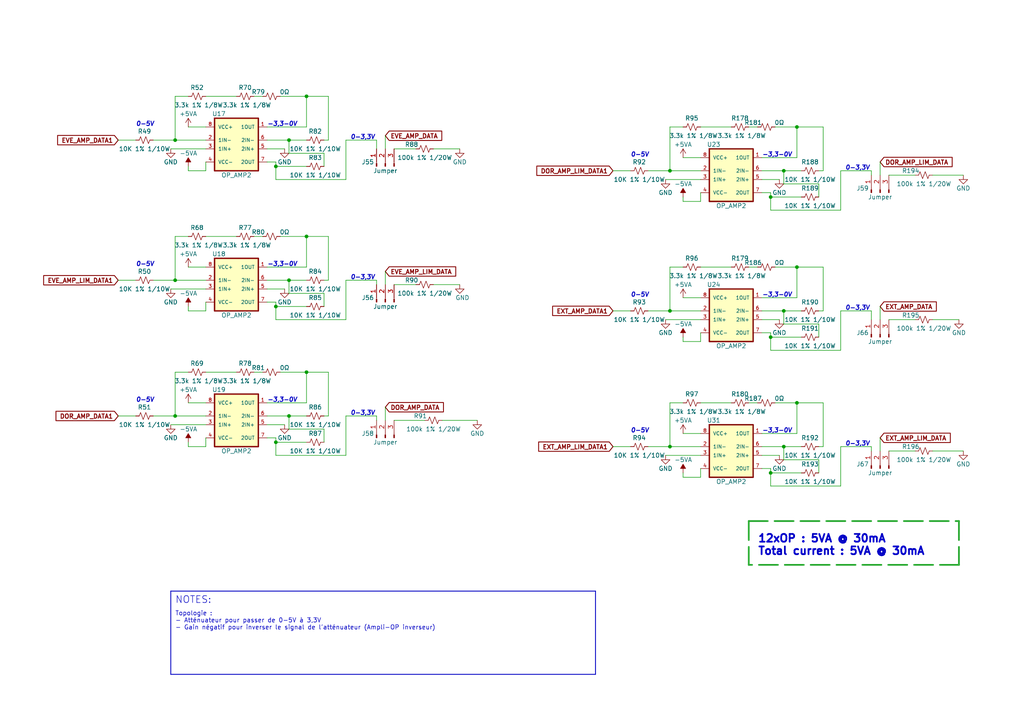
<source format=kicad_sch>
(kicad_sch (version 20211123) (generator eeschema)
  (paper "A4")
  (junction (at 80.01 88.9))
  (junction (at 227.33 49.53))
  (junction (at 50.8 40.64))
  (junction (at 194.31 49.53))
  (junction (at 231.14 116.84))
  (junction (at 83.82 40.64))
  (junction (at 194.31 129.54))
  (junction (at 88.9 107.95))
  (junction (at 231.14 36.83))
  (junction (at 80.01 128.27))
  (junction (at 83.82 81.28))
  (junction (at 88.9 68.58))
  (junction (at 227.33 129.54))
  (junction (at 50.8 81.28))
  (junction (at 80.01 48.26))
  (junction (at 231.14 77.47))
  (junction (at 194.31 90.17))
  (junction (at 88.9 27.94))
  (junction (at 223.52 57.15))
  (junction (at 223.52 137.16))
  (junction (at 50.8 120.65))
  (junction (at 227.33 90.17))
  (junction (at 223.52 97.79))
  (junction (at 83.82 120.65))
  (wire (pts (xy 194.31 36.83) (xy 198.12 36.83)))
  (wire (pts (xy 223.52 137.16) (xy 223.52 135.89)))
  (wire (pts (xy 80.01 87.63) (xy 77.47 87.63)))
  (wire (pts (xy 223.52 101.6) (xy 243.84 101.6)))
  (wire (pts (xy 227.33 53.34) (xy 227.33 49.53)))
  (wire (pts (xy 227.33 129.54) (xy 232.41 129.54)))
  (wire (pts (xy 243.84 49.53) (xy 252.73 49.53)))
  (wire (pts (xy 194.31 49.53) (xy 203.2 49.53)))
  (wire (pts (xy 223.52 135.89) (xy 220.98 135.89)))
  (wire (pts (xy 194.31 36.83) (xy 194.31 49.53)))
  (wire (pts (xy 100.33 132.08) (xy 100.33 120.65)))
  (wire (pts (xy 100.33 120.65) (xy 109.22 120.65)))
  (wire (pts (xy 224.79 77.47) (xy 231.14 77.47)))
  (wire (pts (xy 223.52 57.15) (xy 223.52 60.96)))
  (wire (pts (xy 198.12 58.42) (xy 198.12 57.15)))
  (wire (pts (xy 111.76 118.11) (xy 111.76 121.92)))
  (wire (pts (xy 59.69 27.94) (xy 68.58 27.94)))
  (wire (pts (xy 83.82 44.45) (xy 83.82 40.64)))
  (wire (pts (xy 80.01 46.99) (xy 77.47 46.99)))
  (wire (pts (xy 194.31 77.47) (xy 198.12 77.47)))
  (wire (pts (xy 81.28 107.95) (xy 88.9 107.95)))
  (polyline (pts (xy 278.13 163.83) (xy 217.17 163.83)) (stroke (width 0.5) (type dash) (color 37 168 45 1)))
  (wire (pts (xy 44.45 120.65) (xy 50.8 120.65)))
  (wire (pts (xy 88.9 27.94) (xy 88.9 36.83)))
  (wire (pts (xy 223.52 96.52) (xy 220.98 96.52)))
  (wire (pts (xy 59.69 46.99) (xy 59.69 49.53)))
  (wire (pts (xy 231.14 45.72) (xy 220.98 45.72)))
  (wire (pts (xy 203.2 96.52) (xy 203.2 99.06)))
  (wire (pts (xy 111.76 78.74) (xy 111.76 82.55)))
  (wire (pts (xy 223.52 97.79) (xy 223.52 96.52)))
  (wire (pts (xy 88.9 107.95) (xy 95.25 107.95)))
  (wire (pts (xy 100.33 92.71) (xy 100.33 81.28)))
  (wire (pts (xy 44.45 81.28) (xy 50.8 81.28)))
  (wire (pts (xy 93.98 88.9) (xy 93.98 85.09)))
  (wire (pts (xy 265.43 92.71) (xy 257.81 92.71)))
  (wire (pts (xy 123.19 121.92) (xy 114.3 121.92)))
  (wire (pts (xy 81.28 27.94) (xy 88.9 27.94)))
  (wire (pts (xy 93.98 85.09) (xy 83.82 85.09)))
  (wire (pts (xy 81.28 68.58) (xy 88.9 68.58)))
  (wire (pts (xy 95.25 27.94) (xy 95.25 40.64)))
  (wire (pts (xy 88.9 27.94) (xy 95.25 27.94)))
  (wire (pts (xy 243.84 101.6) (xy 243.84 90.17)))
  (wire (pts (xy 73.66 107.95) (xy 76.2 107.95)))
  (wire (pts (xy 223.52 55.88) (xy 220.98 55.88)))
  (wire (pts (xy 50.8 120.65) (xy 59.69 120.65)))
  (wire (pts (xy 238.76 49.53) (xy 237.49 49.53)))
  (wire (pts (xy 50.8 68.58) (xy 50.8 81.28)))
  (wire (pts (xy 54.61 90.17) (xy 59.69 90.17)))
  (wire (pts (xy 95.25 120.65) (xy 93.98 120.65)))
  (wire (pts (xy 80.01 132.08) (xy 100.33 132.08)))
  (wire (pts (xy 220.98 92.71) (xy 226.06 92.71)))
  (wire (pts (xy 80.01 48.26) (xy 80.01 52.07)))
  (polyline (pts (xy 49.53 171.45) (xy 49.53 195.58)) (stroke (width 0.25) (type solid)))
  (wire (pts (xy 50.8 107.95) (xy 50.8 120.65)))
  (wire (pts (xy 238.76 36.83) (xy 238.76 49.53)))
  (wire (pts (xy 232.41 97.79) (xy 223.52 97.79)))
  (wire (pts (xy 203.2 77.47) (xy 212.09 77.47)))
  (wire (pts (xy 88.9 48.26) (xy 80.01 48.26)))
  (wire (pts (xy 83.82 120.65) (xy 88.9 120.65)))
  (wire (pts (xy 194.31 116.84) (xy 198.12 116.84)))
  (wire (pts (xy 44.45 40.64) (xy 50.8 40.64)))
  (wire (pts (xy 220.98 132.08) (xy 226.06 132.08)))
  (wire (pts (xy 193.04 92.71) (xy 203.2 92.71)))
  (wire (pts (xy 223.52 57.15) (xy 223.52 55.88)))
  (wire (pts (xy 217.17 77.47) (xy 219.71 77.47)))
  (polyline (pts (xy 278.13 151.13) (xy 278.13 163.83)) (stroke (width 0.5) (type dash) (color 37 168 45 1)))
  (wire (pts (xy 198.12 45.72) (xy 203.2 45.72)))
  (wire (pts (xy 93.98 128.27) (xy 93.98 124.46)))
  (wire (pts (xy 133.35 43.18) (xy 125.73 43.18)))
  (wire (pts (xy 100.33 81.28) (xy 109.22 81.28)))
  (wire (pts (xy 227.33 90.17) (xy 232.41 90.17)))
  (wire (pts (xy 223.52 97.79) (xy 223.52 101.6)))
  (wire (pts (xy 54.61 49.53) (xy 59.69 49.53)))
  (wire (pts (xy 80.01 88.9) (xy 80.01 92.71)))
  (wire (pts (xy 231.14 77.47) (xy 238.76 77.47)))
  (wire (pts (xy 252.73 90.17) (xy 252.73 92.71)))
  (wire (pts (xy 231.14 36.83) (xy 238.76 36.83)))
  (wire (pts (xy 187.96 129.54) (xy 194.31 129.54)))
  (wire (pts (xy 194.31 90.17) (xy 203.2 90.17)))
  (wire (pts (xy 50.8 27.94) (xy 50.8 40.64)))
  (wire (pts (xy 187.96 49.53) (xy 194.31 49.53)))
  (wire (pts (xy 243.84 60.96) (xy 243.84 49.53)))
  (wire (pts (xy 95.25 68.58) (xy 95.25 81.28)))
  (wire (pts (xy 54.61 129.54) (xy 59.69 129.54)))
  (wire (pts (xy 77.47 83.82) (xy 82.55 83.82)))
  (wire (pts (xy 223.52 137.16) (xy 223.52 140.97)))
  (wire (pts (xy 88.9 107.95) (xy 88.9 116.84)))
  (wire (pts (xy 50.8 68.58) (xy 54.61 68.58)))
  (wire (pts (xy 77.47 81.28) (xy 83.82 81.28)))
  (wire (pts (xy 83.82 40.64) (xy 88.9 40.64)))
  (wire (pts (xy 88.9 116.84) (xy 77.47 116.84)))
  (wire (pts (xy 50.8 81.28) (xy 59.69 81.28)))
  (wire (pts (xy 237.49 133.35) (xy 227.33 133.35)))
  (wire (pts (xy 252.73 130.81) (xy 252.73 129.54)))
  (wire (pts (xy 95.25 40.64) (xy 93.98 40.64)))
  (wire (pts (xy 252.73 50.8) (xy 252.73 49.53)))
  (wire (pts (xy 83.82 85.09) (xy 83.82 81.28)))
  (wire (pts (xy 83.82 124.46) (xy 83.82 120.65)))
  (wire (pts (xy 54.61 116.84) (xy 59.69 116.84)))
  (wire (pts (xy 100.33 40.64) (xy 109.22 40.64)))
  (wire (pts (xy 243.84 140.97) (xy 243.84 129.54)))
  (wire (pts (xy 133.35 82.55) (xy 125.73 82.55)))
  (wire (pts (xy 231.14 36.83) (xy 231.14 45.72)))
  (wire (pts (xy 80.01 88.9) (xy 80.01 87.63)))
  (wire (pts (xy 88.9 128.27) (xy 80.01 128.27)))
  (wire (pts (xy 194.31 116.84) (xy 194.31 129.54)))
  (wire (pts (xy 198.12 86.36) (xy 203.2 86.36)))
  (wire (pts (xy 265.43 130.81) (xy 257.81 130.81)))
  (wire (pts (xy 223.52 60.96) (xy 243.84 60.96)))
  (polyline (pts (xy 217.17 151.13) (xy 278.13 151.13)) (stroke (width 0.5) (type dash) (color 37 168 45 1)))
  (wire (pts (xy 194.31 129.54) (xy 203.2 129.54)))
  (wire (pts (xy 227.33 49.53) (xy 232.41 49.53)))
  (wire (pts (xy 238.76 116.84) (xy 238.76 129.54)))
  (wire (pts (xy 224.79 36.83) (xy 231.14 36.83)))
  (wire (pts (xy 138.43 121.92) (xy 128.27 121.92)))
  (wire (pts (xy 257.81 50.8) (xy 265.43 50.8)))
  (wire (pts (xy 80.01 92.71) (xy 100.33 92.71)))
  (wire (pts (xy 50.8 27.94) (xy 54.61 27.94)))
  (wire (pts (xy 177.8 49.53) (xy 182.88 49.53)))
  (wire (pts (xy 80.01 52.07) (xy 100.33 52.07)))
  (wire (pts (xy 88.9 77.47) (xy 77.47 77.47)))
  (wire (pts (xy 88.9 88.9) (xy 80.01 88.9)))
  (wire (pts (xy 93.98 48.26) (xy 93.98 44.45)))
  (wire (pts (xy 59.69 127) (xy 59.69 129.54)))
  (wire (pts (xy 187.96 90.17) (xy 194.31 90.17)))
  (wire (pts (xy 220.98 129.54) (xy 227.33 129.54)))
  (wire (pts (xy 270.51 50.8) (xy 279.4 50.8)))
  (wire (pts (xy 77.47 123.19) (xy 82.55 123.19)))
  (wire (pts (xy 220.98 49.53) (xy 227.33 49.53)))
  (wire (pts (xy 88.9 36.83) (xy 77.47 36.83)))
  (wire (pts (xy 238.76 77.47) (xy 238.76 90.17)))
  (wire (pts (xy 198.12 58.42) (xy 203.2 58.42)))
  (wire (pts (xy 34.29 81.28) (xy 39.37 81.28)))
  (wire (pts (xy 232.41 137.16) (xy 223.52 137.16)))
  (wire (pts (xy 193.04 52.07) (xy 203.2 52.07)))
  (wire (pts (xy 198.12 99.06) (xy 203.2 99.06)))
  (wire (pts (xy 83.82 81.28) (xy 88.9 81.28)))
  (wire (pts (xy 54.61 77.47) (xy 59.69 77.47)))
  (wire (pts (xy 73.66 27.94) (xy 76.2 27.94)))
  (wire (pts (xy 237.49 57.15) (xy 237.49 53.34)))
  (wire (pts (xy 88.9 68.58) (xy 88.9 77.47)))
  (wire (pts (xy 194.31 77.47) (xy 194.31 90.17)))
  (wire (pts (xy 279.4 130.81) (xy 270.51 130.81)))
  (wire (pts (xy 49.53 43.18) (xy 59.69 43.18)))
  (wire (pts (xy 34.29 40.64) (xy 39.37 40.64)))
  (wire (pts (xy 73.66 68.58) (xy 76.2 68.58)))
  (wire (pts (xy 203.2 36.83) (xy 212.09 36.83)))
  (wire (pts (xy 198.12 125.73) (xy 203.2 125.73)))
  (wire (pts (xy 100.33 52.07) (xy 100.33 40.64)))
  (wire (pts (xy 220.98 52.07) (xy 226.06 52.07)))
  (wire (pts (xy 224.79 116.84) (xy 231.14 116.84)))
  (wire (pts (xy 203.2 55.88) (xy 203.2 58.42)))
  (wire (pts (xy 77.47 40.64) (xy 83.82 40.64)))
  (wire (pts (xy 217.17 36.83) (xy 219.71 36.83)))
  (wire (pts (xy 54.61 129.54) (xy 54.61 128.27)))
  (wire (pts (xy 227.33 93.98) (xy 227.33 90.17)))
  (wire (pts (xy 49.53 83.82) (xy 59.69 83.82)))
  (wire (pts (xy 231.14 125.73) (xy 220.98 125.73)))
  (wire (pts (xy 93.98 44.45) (xy 83.82 44.45)))
  (wire (pts (xy 95.25 81.28) (xy 93.98 81.28)))
  (polyline (pts (xy 49.53 171.45) (xy 172.72 171.45)) (stroke (width 0.25) (type solid)))
  (wire (pts (xy 255.27 46.99) (xy 255.27 50.8)))
  (wire (pts (xy 109.22 82.55) (xy 109.22 81.28)))
  (wire (pts (xy 203.2 116.84) (xy 212.09 116.84)))
  (wire (pts (xy 255.27 127) (xy 255.27 130.81)))
  (wire (pts (xy 238.76 129.54) (xy 237.49 129.54)))
  (wire (pts (xy 231.14 116.84) (xy 238.76 116.84)))
  (wire (pts (xy 80.01 128.27) (xy 80.01 132.08)))
  (wire (pts (xy 120.65 43.18) (xy 114.3 43.18)))
  (wire (pts (xy 80.01 48.26) (xy 80.01 46.99)))
  (wire (pts (xy 198.12 138.43) (xy 198.12 137.16)))
  (wire (pts (xy 237.49 137.16) (xy 237.49 133.35)))
  (wire (pts (xy 50.8 107.95) (xy 54.61 107.95)))
  (wire (pts (xy 88.9 68.58) (xy 95.25 68.58)))
  (wire (pts (xy 243.84 129.54) (xy 252.73 129.54)))
  (wire (pts (xy 111.76 43.18) (xy 111.76 39.37)))
  (wire (pts (xy 34.29 120.65) (xy 39.37 120.65)))
  (wire (pts (xy 231.14 77.47) (xy 231.14 86.36)))
  (wire (pts (xy 220.98 90.17) (xy 227.33 90.17)))
  (wire (pts (xy 59.69 68.58) (xy 68.58 68.58)))
  (wire (pts (xy 54.61 49.53) (xy 54.61 48.26)))
  (wire (pts (xy 243.84 90.17) (xy 252.73 90.17)))
  (wire (pts (xy 109.22 121.92) (xy 109.22 120.65)))
  (wire (pts (xy 54.61 90.17) (xy 54.61 88.9)))
  (wire (pts (xy 198.12 138.43) (xy 203.2 138.43)))
  (wire (pts (xy 95.25 107.95) (xy 95.25 120.65)))
  (wire (pts (xy 59.69 107.95) (xy 68.58 107.95)))
  (wire (pts (xy 238.76 90.17) (xy 237.49 90.17)))
  (wire (pts (xy 198.12 99.06) (xy 198.12 97.79)))
  (wire (pts (xy 223.52 140.97) (xy 243.84 140.97)))
  (wire (pts (xy 109.22 43.18) (xy 109.22 40.64)))
  (wire (pts (xy 80.01 128.27) (xy 80.01 127)))
  (wire (pts (xy 77.47 43.18) (xy 82.55 43.18)))
  (wire (pts (xy 49.53 123.19) (xy 59.69 123.19)))
  (wire (pts (xy 50.8 40.64) (xy 59.69 40.64)))
  (polyline (pts (xy 172.72 171.45) (xy 172.72 195.58)) (stroke (width 0.25) (type solid)))
  (polyline (pts (xy 172.72 195.58) (xy 49.53 195.58)) (stroke (width 0.25) (type solid)))
  (wire (pts (xy 231.14 86.36) (xy 220.98 86.36)))
  (wire (pts (xy 93.98 124.46) (xy 83.82 124.46)))
  (wire (pts (xy 227.33 133.35) (xy 227.33 129.54)))
  (wire (pts (xy 232.41 57.15) (xy 223.52 57.15)))
  (wire (pts (xy 193.04 132.08) (xy 203.2 132.08)))
  (wire (pts (xy 231.14 116.84) (xy 231.14 125.73)))
  (wire (pts (xy 237.49 93.98) (xy 227.33 93.98)))
  (wire (pts (xy 237.49 53.34) (xy 227.33 53.34)))
  (wire (pts (xy 255.27 88.9) (xy 255.27 92.71)))
  (wire (pts (xy 177.8 90.17) (xy 182.88 90.17)))
  (wire (pts (xy 80.01 127) (xy 77.47 127)))
  (wire (pts (xy 77.47 120.65) (xy 83.82 120.65)))
  (wire (pts (xy 54.61 36.83) (xy 59.69 36.83)))
  (wire (pts (xy 237.49 97.79) (xy 237.49 93.98)))
  (wire (pts (xy 217.17 116.84) (xy 219.71 116.84)))
  (wire (pts (xy 120.65 82.55) (xy 114.3 82.55)))
  (polyline (pts (xy 217.17 151.13) (xy 217.17 163.83)) (stroke (width 0.5) (type dash) (color 37 168 45 1)))
  (wire (pts (xy 177.8 129.54) (xy 182.88 129.54)))
  (wire (pts (xy 278.13 92.71) (xy 270.51 92.71)))
  (wire (pts (xy 203.2 135.89) (xy 203.2 138.43)))
  (wire (pts (xy 59.69 87.63) (xy 59.69 90.17)))
  (text "0-3,3V" (at 245.11 90.17 0) (effects (font (size 1.27 1.27) (thickness 0.254) bold italic) (justify left bottom)))
  (text "0-5V" (at 182.88 86.36 0) (effects (font (size 1.27 1.27) (thickness 0.254) bold italic) (justify left bottom)))
  (text "-3,3-0V" (at 220.98 45.72 0) (effects (font (size 1.27 1.27) (thickness 0.254) bold italic) (justify left bottom)))
  (text "0-5V" (at 182.88 125.73 0) (effects (font (size 1.27 1.27) (thickness 0.254) bold italic) (justify left bottom)))
  (text "0-3,3V" (at 101.6 120.65 0) (effects (font (size 1.27 1.27) (thickness 0.254) bold italic) (justify left bottom)))
  (text "Topologie : \n- Atténuateur pour passer de 0-5V à 3,3V\n- Gain négatif pour inverser le signal de l'atténuateur (Ampli-OP inverseur)" (at 50.8 182.88 0) (effects (font (size 1.27 1.27)) (justify left bottom)))
  (text "NOTES:" (at 50.8 175.26 0) (effects (font (size 2 2)) (justify left bottom)))
  (text "0-5V" (at 182.88 45.72 0) (effects (font (size 1.27 1.27) (thickness 0.254) bold italic) (justify left bottom)))
  (text "-3,3-0V" (at 77.47 77.47 0) (effects (font (size 1.27 1.27) (thickness 0.254) bold italic) (justify left bottom)))
  (text "0-3,3V" (at 101.6 81.28 0) (effects (font (size 1.27 1.27) (thickness 0.254) bold italic) (justify left bottom)))
  (text "-3,3-0V" (at 220.98 86.36 0) (effects (font (size 1.27 1.27) (thickness 0.254) bold italic) (justify left bottom)))
  (text "0-3,3V" (at 245.11 49.53 0) (effects (font (size 1.27 1.27) (thickness 0.254) bold italic) (justify left bottom)))
  (text "12xOP : 5VA @ 30mA\nTotal current : 5VA @ 30mA" (at 219.71 161.29 0) (effects (font (size 2.25 2.25) (thickness 0.5) bold) (justify left bottom)))
  (text "0-5V" (at 39.37 77.47 0) (effects (font (size 1.27 1.27) (thickness 0.254) bold italic) (justify left bottom)))
  (text "-3,3-0V" (at 77.47 36.83 0) (effects (font (size 1.27 1.27) (thickness 0.254) bold italic) (justify left bottom)))
  (text "0-5V" (at 39.37 116.84 0) (effects (font (size 1.27 1.27) (thickness 0.254) bold italic) (justify left bottom)))
  (text "-3,3-0V" (at 77.47 116.84 0) (effects (font (size 1.27 1.27) (thickness 0.254) bold italic) (justify left bottom)))
  (text "0-5V" (at 39.37 36.83 0) (effects (font (size 1.27 1.27) (thickness 0.254) bold italic) (justify left bottom)))
  (text "0-3,3V" (at 101.6 40.64 0) (effects (font (size 1.27 1.27) (thickness 0.254) bold italic) (justify left bottom)))
  (text "0-3,3V" (at 245.11 129.54 0) (effects (font (size 1.27 1.27) (thickness 0.254) bold italic) (justify left bottom)))
  (text "-3,3-0V" (at 220.98 125.73 0) (effects (font (size 1.27 1.27) (thickness 0.254) bold italic) (justify left bottom)))
  (global_label "EVE_AMP_DATA" (shape input) (at 111.76 39.37 0) (effects (font bold)) (property "Intersheet References" "${INTERSHEET_REFS}" (effects hide)))
  (global_label "DOR_AMP_DATA" (shape input) (at 111.76 118.11 0) (effects (font bold)) (property "Intersheet References" "${INTERSHEET_REFS}" (effects hide)))
  (global_label "DOR_AMP_LIM_DATA1" (shape input) (at 177.8 49.53 180) (effects (font bold)) (property "Intersheet References" "${INTERSHEET_REFS}" (effects hide)))
  (global_label "DOR_AMP_LIM_DATA" (shape input) (at 255.27 46.99 0) (effects (font bold)) (property "Intersheet References" "${INTERSHEET_REFS}" (effects hide)))
  (global_label "EXT_AMP_DATA1" (shape input) (at 177.8 90.17 180) (effects (font bold)) (property "Intersheet References" "${INTERSHEET_REFS}" (effects hide)))
  (global_label "EVE_AMP_LIM_DATA1" (shape input) (at 34.29 81.28 180) (effects (font bold)) (property "Intersheet References" "${INTERSHEET_REFS}" (effects hide)))
  (global_label "DOR_AMP_DATA1" (shape input) (at 34.29 120.65 180) (effects (font bold)) (property "Intersheet References" "${INTERSHEET_REFS}" (effects hide)))
  (global_label "EVE_AMP_DATA1" (shape input) (at 34.29 40.64 180) (effects (font bold)) (property "Intersheet References" "${INTERSHEET_REFS}" (effects hide)))
  (global_label "EXT_AMP_LIM_DATA" (shape input) (at 255.27 127 0) (effects (font bold)) (property "Intersheet References" "${INTERSHEET_REFS}" (effects hide)))
  (global_label "EXT_AMP_LIM_DATA1" (shape input) (at 177.8 129.54 180) (effects (font bold)) (property "Intersheet References" "${INTERSHEET_REFS}" (effects hide)))
  (global_label "EVE_AMP_LIM_DATA" (shape input) (at 111.76 78.74 0) (effects (font bold)) (property "Intersheet References" "${INTERSHEET_REFS}" (effects hide)))
  (global_label "EXT_AMP_DATA" (shape input) (at 255.27 88.9 0) (effects (font bold)) (property "Intersheet References" "${INTERSHEET_REFS}" (effects hide)))
  (symbol (lib_id "power:+5VA") (at 54.61 116.84 0) (unit 1)
    (property "Reference" "#PWR0187" (effects hide))
    (property "Value" "+5VA" (at 54.61 113.03 0))
  )
  (symbol (lib_id "power:-5VA") (at 54.61 128.27 0) (unit 1)
    (property "Reference" "#PWR0188" (effects hide))
    (property "Value" "-5VA" (at 52.07 124.46 0) (effects (justify left)))
  )
  (symbol (lib_id "power:+5VA") (at 198.12 125.73 0) (unit 1)
    (property "Reference" "#PWR0241" (effects hide))
    (property "Value" "+5VA" (at 198.12 121.92 0))
  )
  (symbol (lib_id "power:GND") (at 278.13 92.71 0) (unit 1)
    (property "Reference" "#PWR0257" (effects hide))
    (property "Value" "GND" (at 278.13 96.52 0))
  )
  (symbol (lib_id "Device:R_Small_US") (at 78.74 107.95 90) (unit 1)
    (property "Reference" "R81" (at 74.93 106.68 90))
    (property "Value" "0Ω" (at 82.55 106.68 90))
    (property "Footprint" "Resistor_SMD:R_0805_2012Metric" (effects hide))
    (property "MANUFACTURER" "Panasonic Electronic Components" (effects hide))
    (property "PACKAGE" "0805 (2012 Metric)" (effects hide))
    (property "PART NUMBER" "ERJ-6GEY0R00V" (effects hide))
    (property "TYPE" "SMD" (effects hide))
    (property "DESCRIPTION" "0 Ohms Jumper Chip Resistor 0805 (2012 Metric) Automotive AEC-Q200 Thick Film" (effects hide))
  )
  (symbol (lib_id "power:-5VA") (at 198.12 57.15 0) (unit 1)
    (property "Reference" "#PWR0238" (effects hide))
    (property "Value" "-5VA" (at 195.58 53.34 0) (effects (justify left)))
  )
  (symbol (lib_id "Device:R_Small_US") (at 41.91 120.65 90) (unit 1)
    (property "Reference" "R51" (at 41.91 118.11 90))
    (property "Value" "10K 1% 1/10W" (at 41.91 123.19 90))
    (property "Footprint" "Resistor_SMD:R_0603_1608Metric" (effects hide))
    (property "PACKAGE" "0603 (1608 Metric)" (effects hide))
    (property "PART NUMBER" "ERJ-3EKF1002V" (effects hide))
    (property "TYPE" "SMD" (effects hide))
    (property "MANUFACTURER" "Panasonic Electronic Components" (effects hide))
    (property "DESCRIPTION" "10 kOhms ±1% 0.1W, 1/10W Chip Resistor 0603 (1608 Metric) Automotive AEC-Q200 Thick Film" (effects hide))
  )
  (symbol (lib_id "SymLib:TL072IDR") (at 212.09 135.89 0) (unit 1)
    (property "Reference" "U31" (at 207.01 121.92 0))
    (property "Value" "OP_AMP2" (at 212.09 139.7 0))
    (property "Footprint" "FootPrintLib:SOIC127P599X175-8N" (effects hide))
    (property "DESCRIPTION" "J-FET Amplifier 2 Circuit 8-SOIC" (effects hide))
    (property "MANUFACTURER" "Texas Instrument" (effects hide))
    (property "PACKAGE" "8-SOIC (0.154\", 3.90mm Width)" (effects hide))
    (property "PART NUMBER" "TL072IDR" (effects hide))
    (property "TYPE" "SMD" (effects hide))
  )
  (symbol (lib_id "power:-5VA") (at 198.12 137.16 0) (unit 1)
    (property "Reference" "#PWR0256" (effects hide))
    (property "Value" "-5VA" (at 195.58 133.35 0) (effects (justify left)))
  )
  (symbol (lib_id "Device:R_Small_US") (at 234.95 90.17 90) (unit 1)
    (property "Reference" "R190" (at 234.95 87.63 90))
    (property "Value" "10K 1% 1/10W" (at 234.95 92.71 90))
    (property "Footprint" "Resistor_SMD:R_0603_1608Metric" (effects hide))
    (property "PACKAGE" "0603 (1608 Metric)" (effects hide))
    (property "PART NUMBER" "ERJ-3EKF1002V" (effects hide))
    (property "TYPE" "SMD" (effects hide))
    (property "MANUFACTURER" "Panasonic Electronic Components" (effects hide))
    (property "DESCRIPTION" "10 kOhms ±1% 0.1W, 1/10W Chip Resistor 0603 (1608 Metric) Automotive AEC-Q200 Thick Film" (effects hide))
  )
  (symbol (lib_id "power:GND") (at 226.06 52.07 0) (unit 1)
    (property "Reference" "#PWR0426" (effects hide))
    (property "Value" "GND" (at 226.06 55.88 0))
  )
  (symbol (lib_id "Device:R_Small_US") (at 91.44 48.26 90) (unit 1)
    (property "Reference" "R83" (at 91.44 45.72 90))
    (property "Value" "10K 1% 1/10W" (at 91.44 50.8 90))
    (property "Footprint" "Resistor_SMD:R_0603_1608Metric" (effects hide))
    (property "PACKAGE" "0603 (1608 Metric)" (effects hide))
    (property "PART NUMBER" "ERJ-3EKF1002V" (effects hide))
    (property "TYPE" "SMD" (effects hide))
    (property "MANUFACTURER" "Panasonic Electronic Components" (effects hide))
    (property "DESCRIPTION" "10 kOhms ±1% 0.1W, 1/10W Chip Resistor 0603 (1608 Metric) Automotive AEC-Q200 Thick Film" (effects hide))
  )
  (symbol (lib_id "SymLib:TL072IDR") (at 68.58 127 0) (unit 1)
    (property "Reference" "U19" (at 63.5 113.03 0))
    (property "Value" "OP_AMP2" (at 68.58 130.81 0))
    (property "Footprint" "FootPrintLib:SOIC127P599X175-8N" (effects hide))
    (property "DESCRIPTION" "J-FET Amplifier 2 Circuit 8-SOIC" (effects hide))
    (property "MANUFACTURER" "Texas Instrument" (effects hide))
    (property "PACKAGE" "8-SOIC (0.154\", 3.90mm Width)" (effects hide))
    (property "PART NUMBER" "TL072IDR" (effects hide))
    (property "TYPE" "SMD" (effects hide))
  )
  (symbol (lib_id "Device:R_Small_US") (at 200.66 116.84 90) (unit 1)
    (property "Reference" "R97" (at 200.66 114.3 90))
    (property "Value" " 3.3k 1% 1/8W" (at 200.66 119.38 90))
    (property "Footprint" "Resistor_SMD:R_0805_2012Metric" (effects hide))
    (property "PACKAGE" "0805 (2012 Metric)" (effects hide))
    (property "PART NUMBER" "ERJ-6ENF3301V" (effects hide))
    (property "TYPE" "SMD" (effects hide))
    (property "MANUFACTURER" "Panasonic Electronic Components" (effects hide))
    (property "DESCRIPTION" "3.3 kOhms ±1% 0.125W, 1/8W Chip Resistor 0805 (2012 Metric) Automotive AEC-Q200 Thick Film" (effects hide))
  )
  (symbol (lib_id "power:GND") (at 49.53 83.82 0) (unit 1)
    (property "Reference" "#PWR0180" (effects hide))
    (property "Value" "GND" (at 49.53 87.63 0))
  )
  (symbol (lib_id "Device:R_Small_US") (at 57.15 107.95 90) (unit 1)
    (property "Reference" "R69" (at 57.15 105.41 90))
    (property "Value" " 3.3k 1% 1/8W" (at 57.15 110.49 90))
    (property "Footprint" "Resistor_SMD:R_0805_2012Metric" (effects hide))
    (property "PACKAGE" "0805 (2012 Metric)" (effects hide))
    (property "PART NUMBER" "ERJ-6ENF3301V" (effects hide))
    (property "TYPE" "SMD" (effects hide))
    (property "MANUFACTURER" "Panasonic Electronic Components" (effects hide))
    (property "DESCRIPTION" "3.3 kOhms ±1% 0.125W, 1/8W Chip Resistor 0805 (2012 Metric) Automotive AEC-Q200 Thick Film" (effects hide))
  )
  (symbol (lib_id "Connector:Conn_01x03_Male") (at 255.27 97.79 90) (unit 1)
    (property "Reference" "J66" (at 250.19 96.52 90))
    (property "Value" "Jumper" (at 255.27 99.06 90))
    (property "Footprint" "Connector_PinHeader_2.54mm:PinHeader_1x03_P2.54mm_Vertical" (effects hide))
    (property "DESCRIPTION" "CONN HEADER VERT 3POS 2.54MM" (effects hide))
    (property "MANUFACTURER" "Würth Elektronik" (effects hide))
    (property "PACKAGE" "Square 0.100\" (2.54mm)" (effects hide))
    (property "PART NUMBER" "61300311121" (effects hide))
    (property "TYPE" "Through Hole" (effects hide))
  )
  (symbol (lib_id "Device:R_Small_US") (at 267.97 92.71 90) (unit 1)
    (property "Reference" "R195" (at 264.16 91.44 90))
    (property "Value" "100k 1% 1/20W" (at 267.97 95.25 90))
    (property "Footprint" "Resistor_SMD:R_0201_0603Metric" (effects hide))
    (property "PACKAGE" "0201 (0603 Metric)" (effects hide))
    (property "PART NUMBER" "ERJ-1GNF1003C" (effects hide))
    (property "TYPE" "SMD" (effects hide))
    (property "MANUFACTURER" "Panasonic Electronic Components" (effects hide))
    (property "DESCRIPTION" "100 kOhms ±1% 0.05W, 1/20W Chip Resistor 0201 (0603 Metric) Thick Film" (effects hide))
  )
  (symbol (lib_id "Device:R_Small_US") (at 71.12 27.94 90) (unit 1)
    (property "Reference" "R70" (at 71.12 25.4 90))
    (property "Value" " 3.3k 1% 1/8W" (at 71.12 30.48 90))
    (property "Footprint" "Resistor_SMD:R_0805_2012Metric" (effects hide))
    (property "PACKAGE" "0805 (2012 Metric)" (effects hide))
    (property "PART NUMBER" "ERJ-6ENF3301V" (effects hide))
    (property "TYPE" "SMD" (effects hide))
    (property "MANUFACTURER" "Panasonic Electronic Components" (effects hide))
    (property "DESCRIPTION" "3.3 kOhms ±1% 0.125W, 1/8W Chip Resistor 0805 (2012 Metric) Automotive AEC-Q200 Thick Film" (effects hide))
  )
  (symbol (lib_id "power:GND") (at 279.4 130.81 0) (unit 1)
    (property "Reference" "#PWR0262" (effects hide))
    (property "Value" "GND" (at 279.4 134.62 0))
  )
  (symbol (lib_id "Device:R_Small_US") (at 222.25 36.83 90) (unit 1)
    (property "Reference" "R181" (at 218.44 35.56 90))
    (property "Value" "0Ω" (at 226.06 35.56 90))
    (property "Footprint" "Resistor_SMD:R_0805_2012Metric" (effects hide))
    (property "MANUFACTURER" "Panasonic Electronic Components" (effects hide))
    (property "PACKAGE" "0805 (2012 Metric)" (effects hide))
    (property "PART NUMBER" "ERJ-6GEY0R00V" (effects hide))
    (property "TYPE" "SMD" (effects hide))
    (property "DESCRIPTION" "0 Ohms Jumper Chip Resistor 0805 (2012 Metric) Automotive AEC-Q200 Thick Film" (effects hide))
  )
  (symbol (lib_id "power:-5VA") (at 54.61 88.9 0) (unit 1)
    (property "Reference" "#PWR0186" (effects hide))
    (property "Value" "-5VA" (at 52.07 85.09 0) (effects (justify left)))
  )
  (symbol (lib_id "power:GND") (at 193.04 52.07 0) (unit 1)
    (property "Reference" "#PWR0208" (effects hide))
    (property "Value" "GND" (at 193.04 55.88 0))
  )
  (symbol (lib_id "Device:R_Small_US") (at 234.95 57.15 90) (unit 1)
    (property "Reference" "R189" (at 234.95 54.61 90))
    (property "Value" "10K 1% 1/10W" (at 234.95 59.69 90))
    (property "Footprint" "Resistor_SMD:R_0603_1608Metric" (effects hide))
    (property "PACKAGE" "0603 (1608 Metric)" (effects hide))
    (property "PART NUMBER" "ERJ-3EKF1002V" (effects hide))
    (property "TYPE" "SMD" (effects hide))
    (property "MANUFACTURER" "Panasonic Electronic Components" (effects hide))
    (property "DESCRIPTION" "10 kOhms ±1% 0.1W, 1/10W Chip Resistor 0603 (1608 Metric) Automotive AEC-Q200 Thick Film" (effects hide))
  )
  (symbol (lib_id "power:-5VA") (at 198.12 97.79 0) (unit 1)
    (property "Reference" "#PWR0240" (effects hide))
    (property "Value" "-5VA" (at 195.58 93.98 0) (effects (justify left)))
  )
  (symbol (lib_id "Device:R_Small_US") (at 78.74 68.58 90) (unit 1)
    (property "Reference" "R80" (at 74.93 67.31 90))
    (property "Value" "0Ω" (at 82.55 67.31 90))
    (property "Footprint" "Resistor_SMD:R_0805_2012Metric" (effects hide))
    (property "MANUFACTURER" "Panasonic Electronic Components" (effects hide))
    (property "PACKAGE" "0805 (2012 Metric)" (effects hide))
    (property "PART NUMBER" "ERJ-6GEY0R00V" (effects hide))
    (property "TYPE" "SMD" (effects hide))
    (property "DESCRIPTION" "0 Ohms Jumper Chip Resistor 0805 (2012 Metric) Automotive AEC-Q200 Thick Film" (effects hide))
  )
  (symbol (lib_id "Device:R_Small_US") (at 185.42 90.17 90) (unit 1)
    (property "Reference" "R93" (at 185.42 87.63 90))
    (property "Value" "10K 1% 1/10W" (at 185.42 92.71 90))
    (property "Footprint" "Resistor_SMD:R_0603_1608Metric" (effects hide))
    (property "PACKAGE" "0603 (1608 Metric)" (effects hide))
    (property "PART NUMBER" "ERJ-3EKF1002V" (effects hide))
    (property "TYPE" "SMD" (effects hide))
    (property "MANUFACTURER" "Panasonic Electronic Components" (effects hide))
    (property "DESCRIPTION" "10 kOhms ±1% 0.1W, 1/10W Chip Resistor 0603 (1608 Metric) Automotive AEC-Q200 Thick Film" (effects hide))
  )
  (symbol (lib_id "Device:R_Small_US") (at 234.95 49.53 90) (unit 1)
    (property "Reference" "R188" (at 234.95 46.99 90))
    (property "Value" "10K 1% 1/10W" (at 234.95 52.07 90))
    (property "Footprint" "Resistor_SMD:R_0603_1608Metric" (effects hide))
    (property "PACKAGE" "0603 (1608 Metric)" (effects hide))
    (property "PART NUMBER" "ERJ-3EKF1002V" (effects hide))
    (property "TYPE" "SMD" (effects hide))
    (property "MANUFACTURER" "Panasonic Electronic Components" (effects hide))
    (property "DESCRIPTION" "10 kOhms ±1% 0.1W, 1/10W Chip Resistor 0603 (1608 Metric) Automotive AEC-Q200 Thick Film" (effects hide))
  )
  (symbol (lib_id "Device:R_Small_US") (at 214.63 36.83 90) (unit 1)
    (property "Reference" "R178" (at 214.63 34.29 90))
    (property "Value" " 3.3k 1% 1/8W" (at 214.63 39.37 90))
    (property "Footprint" "Resistor_SMD:R_0805_2012Metric" (effects hide))
    (property "PACKAGE" "0805 (2012 Metric)" (effects hide))
    (property "PART NUMBER" "ERJ-6ENF3301V" (effects hide))
    (property "TYPE" "SMD" (effects hide))
    (property "MANUFACTURER" "Panasonic Electronic Components" (effects hide))
    (property "DESCRIPTION" "3.3 kOhms ±1% 0.125W, 1/8W Chip Resistor 0805 (2012 Metric) Automotive AEC-Q200 Thick Film" (effects hide))
  )
  (symbol (lib_id "Device:R_Small_US") (at 123.19 82.55 90) (unit 1)
    (property "Reference" "R90" (at 119.38 81.28 90))
    (property "Value" "100k 1% 1/20W" (at 123.19 85.09 90))
    (property "Footprint" "Resistor_SMD:R_0201_0603Metric" (effects hide))
    (property "PACKAGE" "0201 (0603 Metric)" (effects hide))
    (property "PART NUMBER" "ERJ-1GNF1003C" (effects hide))
    (property "TYPE" "SMD" (effects hide))
    (property "MANUFACTURER" "Panasonic Electronic Components" (effects hide))
    (property "DESCRIPTION" "100 kOhms ±1% 0.05W, 1/20W Chip Resistor 0201 (0603 Metric) Thick Film" (effects hide))
  )
  (symbol (lib_id "power:GND") (at 279.4 50.8 0) (unit 1)
    (property "Reference" "#PWR0261" (effects hide))
    (property "Value" "GND" (at 279.4 54.61 0))
  )
  (symbol (lib_id "power:GND") (at 138.43 121.92 0) (unit 1)
    (property "Reference" "#PWR0192" (effects hide))
    (property "Value" "GND" (at 138.43 125.73 0))
  )
  (symbol (lib_id "Device:R_Small_US") (at 91.44 81.28 90) (unit 1)
    (property "Reference" "R84" (at 91.44 78.74 90))
    (property "Value" "10K 1% 1/10W" (at 91.44 83.82 90))
    (property "Footprint" "Resistor_SMD:R_0603_1608Metric" (effects hide))
    (property "PACKAGE" "0603 (1608 Metric)" (effects hide))
    (property "PART NUMBER" "ERJ-3EKF1002V" (effects hide))
    (property "TYPE" "SMD" (effects hide))
    (property "MANUFACTURER" "Panasonic Electronic Components" (effects hide))
    (property "DESCRIPTION" "10 kOhms ±1% 0.1W, 1/10W Chip Resistor 0603 (1608 Metric) Automotive AEC-Q200 Thick Film" (effects hide))
  )
  (symbol (lib_id "Device:R_Small_US") (at 41.91 40.64 90) (unit 1)
    (property "Reference" "R49" (at 41.91 38.1 90))
    (property "Value" "10K 1% 1/10W" (at 41.91 43.18 90))
    (property "Footprint" "Resistor_SMD:R_0603_1608Metric" (effects hide))
    (property "PACKAGE" "0603 (1608 Metric)" (effects hide))
    (property "PART NUMBER" "ERJ-3EKF1002V" (effects hide))
    (property "TYPE" "SMD" (effects hide))
    (property "MANUFACTURER" "Panasonic Electronic Components" (effects hide))
    (property "DESCRIPTION" "10 kOhms ±1% 0.1W, 1/10W Chip Resistor 0603 (1608 Metric) Automotive AEC-Q200 Thick Film" (effects hide))
  )
  (symbol (lib_id "Device:R_Small_US") (at 234.95 129.54 90) (unit 1)
    (property "Reference" "R192" (at 234.95 127 90))
    (property "Value" "10K 1% 1/10W" (at 234.95 132.08 90))
    (property "Footprint" "Resistor_SMD:R_0603_1608Metric" (effects hide))
    (property "PACKAGE" "0603 (1608 Metric)" (effects hide))
    (property "PART NUMBER" "ERJ-3EKF1002V" (effects hide))
    (property "TYPE" "SMD" (effects hide))
    (property "MANUFACTURER" "Panasonic Electronic Components" (effects hide))
    (property "DESCRIPTION" "10 kOhms ±1% 0.1W, 1/10W Chip Resistor 0603 (1608 Metric) Automotive AEC-Q200 Thick Film" (effects hide))
  )
  (symbol (lib_id "Device:R_Small_US") (at 57.15 68.58 90) (unit 1)
    (property "Reference" "R68" (at 57.15 66.04 90))
    (property "Value" " 3.3k 1% 1/8W" (at 57.15 71.12 90))
    (property "Footprint" "Resistor_SMD:R_0805_2012Metric" (effects hide))
    (property "PACKAGE" "0805 (2012 Metric)" (effects hide))
    (property "PART NUMBER" "ERJ-6ENF3301V" (effects hide))
    (property "TYPE" "SMD" (effects hide))
    (property "MANUFACTURER" "Panasonic Electronic Components" (effects hide))
    (property "DESCRIPTION" "3.3 kOhms ±1% 0.125W, 1/8W Chip Resistor 0805 (2012 Metric) Automotive AEC-Q200 Thick Film" (effects hide))
  )
  (symbol (lib_id "Device:R_Small_US") (at 91.44 40.64 90) (unit 1)
    (property "Reference" "R82" (at 91.44 38.1 90))
    (property "Value" "10K 1% 1/10W" (at 91.44 43.18 90))
    (property "Footprint" "Resistor_SMD:R_0603_1608Metric" (effects hide))
    (property "PACKAGE" "0603 (1608 Metric)" (effects hide))
    (property "PART NUMBER" "ERJ-3EKF1002V" (effects hide))
    (property "TYPE" "SMD" (effects hide))
    (property "MANUFACTURER" "Panasonic Electronic Components" (effects hide))
    (property "DESCRIPTION" "10 kOhms ±1% 0.1W, 1/10W Chip Resistor 0603 (1608 Metric) Automotive AEC-Q200 Thick Film" (effects hide))
  )
  (symbol (lib_id "power:GND") (at 226.06 92.71 0) (unit 1)
    (property "Reference" "#PWR0427" (effects hide))
    (property "Value" "GND" (at 226.06 96.52 0))
  )
  (symbol (lib_id "Device:R_Small_US") (at 200.66 36.83 90) (unit 1)
    (property "Reference" "R95" (at 200.66 34.29 90))
    (property "Value" " 3.3k 1% 1/8W" (at 200.66 39.37 90))
    (property "Footprint" "Resistor_SMD:R_0805_2012Metric" (effects hide))
    (property "PACKAGE" "0805 (2012 Metric)" (effects hide))
    (property "PART NUMBER" "ERJ-6ENF3301V" (effects hide))
    (property "TYPE" "SMD" (effects hide))
    (property "MANUFACTURER" "Panasonic Electronic Components" (effects hide))
    (property "DESCRIPTION" "3.3 kOhms ±1% 0.125W, 1/8W Chip Resistor 0805 (2012 Metric) Automotive AEC-Q200 Thick Film" (effects hide))
  )
  (symbol (lib_id "SymLib:TL072IDR") (at 212.09 96.52 0) (unit 1)
    (property "Reference" "U24" (at 207.01 82.55 0))
    (property "Value" "OP_AMP2" (at 212.09 100.33 0))
    (property "Footprint" "FootPrintLib:SOIC127P599X175-8N" (effects hide))
    (property "DESCRIPTION" "J-FET Amplifier 2 Circuit 8-SOIC" (effects hide))
    (property "MANUFACTURER" "Texas Instrument" (effects hide))
    (property "PACKAGE" "8-SOIC (0.154\", 3.90mm Width)" (effects hide))
    (property "PART NUMBER" "TL072IDR" (effects hide))
    (property "TYPE" "SMD" (effects hide))
  )
  (symbol (lib_id "Device:R_Small_US") (at 57.15 27.94 90) (unit 1)
    (property "Reference" "R52" (at 57.15 25.4 90))
    (property "Value" " 3.3k 1% 1/8W" (at 57.15 30.48 90))
    (property "Footprint" "Resistor_SMD:R_0805_2012Metric" (effects hide))
    (property "PACKAGE" "0805 (2012 Metric)" (effects hide))
    (property "PART NUMBER" "ERJ-6ENF3301V" (effects hide))
    (property "TYPE" "SMD" (effects hide))
    (property "MANUFACTURER" "Panasonic Electronic Components" (effects hide))
    (property "DESCRIPTION" "3.3 kOhms ±1% 0.125W, 1/8W Chip Resistor 0805 (2012 Metric) Automotive AEC-Q200 Thick Film" (effects hide))
  )
  (symbol (lib_id "SymLib:TL072IDR") (at 68.58 87.63 0) (unit 1)
    (property "Reference" "U18" (at 63.5 73.66 0))
    (property "Value" "OP_AMP2" (at 68.58 91.44 0))
    (property "Footprint" "FootPrintLib:SOIC127P599X175-8N" (effects hide))
    (property "DESCRIPTION" "J-FET Amplifier 2 Circuit 8-SOIC" (effects hide))
    (property "MANUFACTURER" "Texas Instrument" (effects hide))
    (property "PACKAGE" "8-SOIC (0.154\", 3.90mm Width)" (effects hide))
    (property "PART NUMBER" "TL072IDR" (effects hide))
    (property "TYPE" "SMD" (effects hide))
  )
  (symbol (lib_id "power:+5VA") (at 198.12 45.72 0) (unit 1)
    (property "Reference" "#PWR0236" (effects hide))
    (property "Value" "+5VA" (at 198.12 41.91 0))
  )
  (symbol (lib_id "Device:R_Small_US") (at 185.42 129.54 90) (unit 1)
    (property "Reference" "R94" (at 185.42 127 90))
    (property "Value" "10K 1% 1/10W" (at 185.42 132.08 90))
    (property "Footprint" "Resistor_SMD:R_0603_1608Metric" (effects hide))
    (property "PACKAGE" "0603 (1608 Metric)" (effects hide))
    (property "PART NUMBER" "ERJ-3EKF1002V" (effects hide))
    (property "TYPE" "SMD" (effects hide))
    (property "MANUFACTURER" "Panasonic Electronic Components" (effects hide))
    (property "DESCRIPTION" "10 kOhms ±1% 0.1W, 1/10W Chip Resistor 0603 (1608 Metric) Automotive AEC-Q200 Thick Film" (effects hide))
  )
  (symbol (lib_id "Device:R_Small_US") (at 91.44 120.65 90) (unit 1)
    (property "Reference" "R86" (at 91.44 118.11 90))
    (property "Value" "10K 1% 1/10W" (at 91.44 123.19 90))
    (property "Footprint" "Resistor_SMD:R_0603_1608Metric" (effects hide))
    (property "PACKAGE" "0603 (1608 Metric)" (effects hide))
    (property "PART NUMBER" "ERJ-3EKF1002V" (effects hide))
    (property "TYPE" "SMD" (effects hide))
    (property "MANUFACTURER" "Panasonic Electronic Components" (effects hide))
    (property "DESCRIPTION" "10 kOhms ±1% 0.1W, 1/10W Chip Resistor 0603 (1608 Metric) Automotive AEC-Q200 Thick Film" (effects hide))
  )
  (symbol (lib_id "Device:R_Small_US") (at 222.25 116.84 90) (unit 1)
    (property "Reference" "R187" (at 218.44 115.57 90))
    (property "Value" "0Ω" (at 226.06 115.57 90))
    (property "Footprint" "Resistor_SMD:R_0805_2012Metric" (effects hide))
    (property "MANUFACTURER" "Panasonic Electronic Components" (effects hide))
    (property "PACKAGE" "0805 (2012 Metric)" (effects hide))
    (property "PART NUMBER" "ERJ-6GEY0R00V" (effects hide))
    (property "TYPE" "SMD" (effects hide))
    (property "DESCRIPTION" "0 Ohms Jumper Chip Resistor 0805 (2012 Metric) Automotive AEC-Q200 Thick Film" (effects hide))
  )
  (symbol (lib_id "power:GND") (at 226.06 132.08 0) (unit 1)
    (property "Reference" "#PWR0512" (effects hide))
    (property "Value" "GND" (at 226.06 135.89 0))
  )
  (symbol (lib_id "SymLib:TL072IDR") (at 68.58 46.99 0) (unit 1)
    (property "Reference" "U17" (at 63.5 33.02 0))
    (property "Value" "OP_AMP2" (at 68.58 50.8 0))
    (property "Footprint" "FootPrintLib:SOIC127P599X175-8N" (effects hide))
    (property "DESCRIPTION" "J-FET Amplifier 2 Circuit 8-SOIC" (effects hide))
    (property "MANUFACTURER" "Texas Instrument" (effects hide))
    (property "PACKAGE" "8-SOIC (0.154\", 3.90mm Width)" (effects hide))
    (property "PART NUMBER" "TL072IDR" (effects hide))
    (property "TYPE" "SMD" (effects hide))
  )
  (symbol (lib_id "Device:R_Small_US") (at 123.19 43.18 90) (unit 1)
    (property "Reference" "R88" (at 119.38 41.91 90))
    (property "Value" "100k 1% 1/20W" (at 123.19 45.72 90))
    (property "Footprint" "Resistor_SMD:R_0201_0603Metric" (effects hide))
    (property "PACKAGE" "0201 (0603 Metric)" (effects hide))
    (property "PART NUMBER" "ERJ-1GNF1003C" (effects hide))
    (property "TYPE" "SMD" (effects hide))
    (property "MANUFACTURER" "Panasonic Electronic Components" (effects hide))
    (property "DESCRIPTION" "100 kOhms ±1% 0.05W, 1/20W Chip Resistor 0201 (0603 Metric) Thick Film" (effects hide))
  )
  (symbol (lib_id "power:GND") (at 49.53 43.18 0) (unit 1)
    (property "Reference" "#PWR0162" (effects hide))
    (property "Value" "GND" (at 49.53 46.99 0))
  )
  (symbol (lib_id "power:GND") (at 82.55 83.82 0) (unit 1)
    (property "Reference" "#PWR0423" (effects hide))
    (property "Value" "GND" (at 82.55 87.63 0))
  )
  (symbol (lib_id "Connector:Conn_01x03_Male") (at 255.27 55.88 90) (unit 1)
    (property "Reference" "J59" (at 250.19 54.61 90))
    (property "Value" "Jumper" (at 255.27 57.15 90))
    (property "Footprint" "Connector_PinHeader_2.54mm:PinHeader_1x03_P2.54mm_Vertical" (effects hide))
    (property "DESCRIPTION" "CONN HEADER VERT 3POS 2.54MM" (effects hide))
    (property "MANUFACTURER" "Würth Elektronik" (effects hide))
    (property "PACKAGE" "Square 0.100\" (2.54mm)" (effects hide))
    (property "PART NUMBER" "61300311121" (effects hide))
    (property "TYPE" "Through Hole" (effects hide))
  )
  (symbol (lib_id "power:+5VA") (at 54.61 77.47 0) (unit 1)
    (property "Reference" "#PWR0185" (effects hide))
    (property "Value" "+5VA" (at 54.61 73.66 0))
  )
  (symbol (lib_id "Connector:Conn_01x03_Male") (at 111.76 127 90) (unit 1)
    (property "Reference" "J58" (at 106.68 125.73 90))
    (property "Value" "Jumper" (at 111.76 128.27 90))
    (property "Footprint" "Connector_PinHeader_2.54mm:PinHeader_1x03_P2.54mm_Vertical" (effects hide))
    (property "DESCRIPTION" "CONN HEADER VERT 3POS 2.54MM" (effects hide))
    (property "MANUFACTURER" "Würth Elektronik" (effects hide))
    (property "PACKAGE" "Square 0.100\" (2.54mm)" (effects hide))
    (property "PART NUMBER" "61300311121" (effects hide))
    (property "TYPE" "Through Hole" (effects hide))
  )
  (symbol (lib_id "Device:R_Small_US") (at 78.74 27.94 90) (unit 1)
    (property "Reference" "R79" (at 74.93 26.67 90))
    (property "Value" "0Ω" (at 82.55 26.67 90))
    (property "Footprint" "Resistor_SMD:R_0805_2012Metric" (effects hide))
    (property "MANUFACTURER" "Panasonic Electronic Components" (effects hide))
    (property "PACKAGE" "0805 (2012 Metric)" (effects hide))
    (property "PART NUMBER" "ERJ-6GEY0R00V" (effects hide))
    (property "TYPE" "SMD" (effects hide))
    (property "DESCRIPTION" "0 Ohms Jumper Chip Resistor 0805 (2012 Metric) Automotive AEC-Q200 Thick Film" (effects hide))
  )
  (symbol (lib_id "Device:R_Small_US") (at 234.95 137.16 90) (unit 1)
    (property "Reference" "R193" (at 234.95 134.62 90))
    (property "Value" "10K 1% 1/10W" (at 234.95 139.7 90))
    (property "Footprint" "Resistor_SMD:R_0603_1608Metric" (effects hide))
    (property "PACKAGE" "0603 (1608 Metric)" (effects hide))
    (property "PART NUMBER" "ERJ-3EKF1002V" (effects hide))
    (property "TYPE" "SMD" (effects hide))
    (property "MANUFACTURER" "Panasonic Electronic Components" (effects hide))
    (property "DESCRIPTION" "10 kOhms ±1% 0.1W, 1/10W Chip Resistor 0603 (1608 Metric) Automotive AEC-Q200 Thick Film" (effects hide))
  )
  (symbol (lib_id "Device:R_Small_US") (at 222.25 77.47 90) (unit 1)
    (property "Reference" "R186" (at 218.44 76.2 90))
    (property "Value" "0Ω" (at 226.06 76.2 90))
    (property "Footprint" "Resistor_SMD:R_0805_2012Metric" (effects hide))
    (property "MANUFACTURER" "Panasonic Electronic Components" (effects hide))
    (property "PACKAGE" "0805 (2012 Metric)" (effects hide))
    (property "PART NUMBER" "ERJ-6GEY0R00V" (effects hide))
    (property "TYPE" "SMD" (effects hide))
    (property "DESCRIPTION" "0 Ohms Jumper Chip Resistor 0805 (2012 Metric) Automotive AEC-Q200 Thick Film" (effects hide))
  )
  (symbol (lib_id "Device:R_Small_US") (at 71.12 68.58 90) (unit 1)
    (property "Reference" "R77" (at 71.12 66.04 90))
    (property "Value" " 3.3k 1% 1/8W" (at 71.12 71.12 90))
    (property "Footprint" "Resistor_SMD:R_0805_2012Metric" (effects hide))
    (property "PACKAGE" "0805 (2012 Metric)" (effects hide))
    (property "PART NUMBER" "ERJ-6ENF3301V" (effects hide))
    (property "TYPE" "SMD" (effects hide))
    (property "MANUFACTURER" "Panasonic Electronic Components" (effects hide))
    (property "DESCRIPTION" "3.3 kOhms ±1% 0.125W, 1/8W Chip Resistor 0805 (2012 Metric) Automotive AEC-Q200 Thick Film" (effects hide))
  )
  (symbol (lib_id "power:GND") (at 133.35 43.18 0) (unit 1)
    (property "Reference" "#PWR0190" (effects hide))
    (property "Value" "GND" (at 133.35 46.99 0))
  )
  (symbol (lib_id "power:GND") (at 49.53 123.19 0) (unit 1)
    (property "Reference" "#PWR0181" (effects hide))
    (property "Value" "GND" (at 49.53 127 0))
  )
  (symbol (lib_id "power:GND") (at 82.55 123.19 0) (unit 1)
    (property "Reference" "#PWR0424" (effects hide))
    (property "Value" "GND" (at 82.55 127 0))
  )
  (symbol (lib_id "power:GND") (at 193.04 92.71 0) (unit 1)
    (property "Reference" "#PWR0209" (effects hide))
    (property "Value" "GND" (at 193.04 96.52 0))
  )
  (symbol (lib_id "Connector:Conn_01x03_Male") (at 111.76 87.63 90) (unit 1)
    (property "Reference" "J56" (at 106.68 86.36 90))
    (property "Value" "Jumper" (at 111.76 88.9 90))
    (property "Footprint" "Connector_PinHeader_2.54mm:PinHeader_1x03_P2.54mm_Vertical" (effects hide))
    (property "DESCRIPTION" "CONN HEADER VERT 3POS 2.54MM" (effects hide))
    (property "MANUFACTURER" "Würth Elektronik" (effects hide))
    (property "PACKAGE" "Square 0.100\" (2.54mm)" (effects hide))
    (property "PART NUMBER" "61300311121" (effects hide))
    (property "TYPE" "Through Hole" (effects hide))
  )
  (symbol (lib_id "Device:R_Small_US") (at 91.44 88.9 90) (unit 1)
    (property "Reference" "R85" (at 91.44 86.36 90))
    (property "Value" "10K 1% 1/10W" (at 91.44 91.44 90))
    (property "Footprint" "Resistor_SMD:R_0603_1608Metric" (effects hide))
    (property "PACKAGE" "0603 (1608 Metric)" (effects hide))
    (property "PART NUMBER" "ERJ-3EKF1002V" (effects hide))
    (property "TYPE" "SMD" (effects hide))
    (property "MANUFACTURER" "Panasonic Electronic Components" (effects hide))
    (property "DESCRIPTION" "10 kOhms ±1% 0.1W, 1/10W Chip Resistor 0603 (1608 Metric) Automotive AEC-Q200 Thick Film" (effects hide))
  )
  (symbol (lib_id "Device:R_Small_US") (at 71.12 107.95 90) (unit 1)
    (property "Reference" "R78" (at 71.12 105.41 90))
    (property "Value" " 3.3k 1% 1/8W" (at 71.12 110.49 90))
    (property "Footprint" "Resistor_SMD:R_0805_2012Metric" (effects hide))
    (property "PACKAGE" "0805 (2012 Metric)" (effects hide))
    (property "PART NUMBER" "ERJ-6ENF3301V" (effects hide))
    (property "TYPE" "SMD" (effects hide))
    (property "MANUFACTURER" "Panasonic Electronic Components" (effects hide))
    (property "DESCRIPTION" "3.3 kOhms ±1% 0.125W, 1/8W Chip Resistor 0805 (2012 Metric) Automotive AEC-Q200 Thick Film" (effects hide))
  )
  (symbol (lib_id "Device:R_Small_US") (at 214.63 77.47 90) (unit 1)
    (property "Reference" "R179" (at 214.63 74.93 90))
    (property "Value" " 3.3k 1% 1/8W" (at 214.63 80.01 90))
    (property "Footprint" "Resistor_SMD:R_0805_2012Metric" (effects hide))
    (property "PACKAGE" "0805 (2012 Metric)" (effects hide))
    (property "PART NUMBER" "ERJ-6ENF3301V" (effects hide))
    (property "TYPE" "SMD" (effects hide))
    (property "MANUFACTURER" "Panasonic Electronic Components" (effects hide))
    (property "DESCRIPTION" "3.3 kOhms ±1% 0.125W, 1/8W Chip Resistor 0805 (2012 Metric) Automotive AEC-Q200 Thick Film" (effects hide))
  )
  (symbol (lib_id "Connector:Conn_01x03_Male") (at 255.27 135.89 90) (unit 1)
    (property "Reference" "J67" (at 250.19 134.62 90))
    (property "Value" "Jumper" (at 255.27 137.16 90))
    (property "Footprint" "Connector_PinHeader_2.54mm:PinHeader_1x03_P2.54mm_Vertical" (effects hide))
    (property "DESCRIPTION" "CONN HEADER VERT 3POS 2.54MM" (effects hide))
    (property "MANUFACTURER" "Würth Elektronik" (effects hide))
    (property "PACKAGE" "Square 0.100\" (2.54mm)" (effects hide))
    (property "PART NUMBER" "61300311121" (effects hide))
    (property "TYPE" "Through Hole" (effects hide))
  )
  (symbol (lib_id "Device:R_Small_US") (at 185.42 49.53 90) (unit 1)
    (property "Reference" "R92" (at 185.42 46.99 90))
    (property "Value" "10K 1% 1/10W" (at 185.42 52.07 90))
    (property "Footprint" "Resistor_SMD:R_0603_1608Metric" (effects hide))
    (property "PACKAGE" "0603 (1608 Metric)" (effects hide))
    (property "PART NUMBER" "ERJ-3EKF1002V" (effects hide))
    (property "TYPE" "SMD" (effects hide))
    (property "MANUFACTURER" "Panasonic Electronic Components" (effects hide))
    (property "DESCRIPTION" "10 kOhms ±1% 0.1W, 1/10W Chip Resistor 0603 (1608 Metric) Automotive AEC-Q200 Thick Film" (effects hide))
  )
  (symbol (lib_id "power:GND") (at 193.04 132.08 0) (unit 1)
    (property "Reference" "#PWR0235" (effects hide))
    (property "Value" "GND" (at 193.04 135.89 0))
  )
  (symbol (lib_id "power:GND") (at 82.55 43.18 0) (unit 1)
    (property "Reference" "#PWR0385" (effects hide))
    (property "Value" "GND" (at 82.55 46.99 0))
  )
  (symbol (lib_id "Device:R_Small_US") (at 200.66 77.47 90) (unit 1)
    (property "Reference" "R96" (at 200.66 74.93 90))
    (property "Value" " 3.3k 1% 1/8W" (at 200.66 80.01 90))
    (property "Footprint" "Resistor_SMD:R_0805_2012Metric" (effects hide))
    (property "PACKAGE" "0805 (2012 Metric)" (effects hide))
    (property "PART NUMBER" "ERJ-6ENF3301V" (effects hide))
    (property "TYPE" "SMD" (effects hide))
    (property "MANUFACTURER" "Panasonic Electronic Components" (effects hide))
    (property "DESCRIPTION" "3.3 kOhms ±1% 0.125W, 1/8W Chip Resistor 0805 (2012 Metric) Automotive AEC-Q200 Thick Film" (effects hide))
  )
  (symbol (lib_id "Device:R_Small_US") (at 125.73 121.92 90) (unit 1)
    (property "Reference" "R91" (at 121.92 120.65 90))
    (property "Value" "100k 1% 1/20W" (at 125.73 124.46 90))
    (property "Footprint" "Resistor_SMD:R_0201_0603Metric" (effects hide))
    (property "PACKAGE" "0201 (0603 Metric)" (effects hide))
    (property "PART NUMBER" "ERJ-1GNF1003C" (effects hide))
    (property "TYPE" "SMD" (effects hide))
    (property "MANUFACTURER" "Panasonic Electronic Components" (effects hide))
    (property "DESCRIPTION" "100 kOhms ±1% 0.05W, 1/20W Chip Resistor 0201 (0603 Metric) Thick Film" (effects hide))
  )
  (symbol (lib_id "Device:R_Small_US") (at 214.63 116.84 90) (unit 1)
    (property "Reference" "R180" (at 214.63 114.3 90))
    (property "Value" " 3.3k 1% 1/8W" (at 214.63 119.38 90))
    (property "Footprint" "Resistor_SMD:R_0805_2012Metric" (effects hide))
    (property "PACKAGE" "0805 (2012 Metric)" (effects hide))
    (property "PART NUMBER" "ERJ-6ENF3301V" (effects hide))
    (property "TYPE" "SMD" (effects hide))
    (property "MANUFACTURER" "Panasonic Electronic Components" (effects hide))
    (property "DESCRIPTION" "3.3 kOhms ±1% 0.125W, 1/8W Chip Resistor 0805 (2012 Metric) Automotive AEC-Q200 Thick Film" (effects hide))
  )
  (symbol (lib_id "power:+5VA") (at 54.61 36.83 0) (unit 1)
    (property "Reference" "#PWR0182" (effects hide))
    (property "Value" "+5VA" (at 54.61 33.02 0))
  )
  (symbol (lib_id "Device:R_Small_US") (at 267.97 130.81 90) (unit 1)
    (property "Reference" "R196" (at 264.16 129.54 90))
    (property "Value" "100k 1% 1/20W" (at 267.97 133.35 90))
    (property "Footprint" "Resistor_SMD:R_0201_0603Metric" (effects hide))
    (property "PACKAGE" "0201 (0603 Metric)" (effects hide))
    (property "PART NUMBER" "ERJ-1GNF1003C" (effects hide))
    (property "TYPE" "SMD" (effects hide))
    (property "MANUFACTURER" "Panasonic Electronic Components" (effects hide))
    (property "DESCRIPTION" "100 kOhms ±1% 0.05W, 1/20W Chip Resistor 0201 (0603 Metric) Thick Film" (effects hide))
  )
  (symbol (lib_id "Device:R_Small_US") (at 91.44 128.27 90) (unit 1)
    (property "Reference" "R87" (at 91.44 125.73 90))
    (property "Value" "10K 1% 1/10W" (at 91.44 130.81 90))
    (property "Footprint" "Resistor_SMD:R_0603_1608Metric" (effects hide))
    (property "PACKAGE" "0603 (1608 Metric)" (effects hide))
    (property "PART NUMBER" "ERJ-3EKF1002V" (effects hide))
    (property "TYPE" "SMD" (effects hide))
    (property "MANUFACTURER" "Panasonic Electronic Components" (effects hide))
    (property "DESCRIPTION" "10 kOhms ±1% 0.1W, 1/10W Chip Resistor 0603 (1608 Metric) Automotive AEC-Q200 Thick Film" (effects hide))
  )
  (symbol (lib_id "power:+5VA") (at 198.12 86.36 0) (unit 1)
    (property "Reference" "#PWR0239" (effects hide))
    (property "Value" "+5VA" (at 198.12 82.55 0))
  )
  (symbol (lib_id "power:-5VA") (at 54.61 48.26 0) (unit 1)
    (property "Reference" "#PWR0183" (effects hide))
    (property "Value" "-5VA" (at 52.07 44.45 0) (effects (justify left)))
  )
  (symbol (lib_id "Device:R_Small_US") (at 41.91 81.28 90) (unit 1)
    (property "Reference" "R50" (at 41.91 78.74 90))
    (property "Value" "10K 1% 1/10W" (at 41.91 83.82 90))
    (property "Footprint" "Resistor_SMD:R_0603_1608Metric" (effects hide))
    (property "PACKAGE" "0603 (1608 Metric)" (effects hide))
    (property "PART NUMBER" "ERJ-3EKF1002V" (effects hide))
    (property "TYPE" "SMD" (effects hide))
    (property "MANUFACTURER" "Panasonic Electronic Components" (effects hide))
    (property "DESCRIPTION" "10 kOhms ±1% 0.1W, 1/10W Chip Resistor 0603 (1608 Metric) Automotive AEC-Q200 Thick Film" (effects hide))
  )
  (symbol (lib_id "Connector:Conn_01x03_Male") (at 111.76 48.26 90) (unit 1)
    (property "Reference" "J55" (at 106.68 46.99 90))
    (property "Value" "Jumper" (at 111.76 49.53 90))
    (property "Footprint" "Connector_PinHeader_2.54mm:PinHeader_1x03_P2.54mm_Vertical" (effects hide))
    (property "DESCRIPTION" "CONN HEADER VERT 3POS 2.54MM" (effects hide))
    (property "MANUFACTURER" "Würth Elektronik" (effects hide))
    (property "PACKAGE" "Square 0.100\" (2.54mm)" (effects hide))
    (property "PART NUMBER" "61300311121" (effects hide))
    (property "TYPE" "Through Hole" (effects hide))
  )
  (symbol (lib_id "SymLib:TL072IDR") (at 212.09 55.88 0) (unit 1)
    (property "Reference" "U23" (at 207.01 41.91 0))
    (property "Value" "OP_AMP2" (at 212.09 59.69 0))
    (property "Footprint" "FootPrintLib:SOIC127P599X175-8N" (effects hide))
    (property "DESCRIPTION" "J-FET Amplifier 2 Circuit 8-SOIC" (effects hide))
    (property "MANUFACTURER" "Texas Instrument" (effects hide))
    (property "PACKAGE" "8-SOIC (0.154\", 3.90mm Width)" (effects hide))
    (property "PART NUMBER" "TL072IDR" (effects hide))
    (property "TYPE" "SMD" (effects hide))
  )
  (symbol (lib_id "power:GND") (at 133.35 82.55 0) (unit 1)
    (property "Reference" "#PWR0191" (effects hide))
    (property "Value" "GND" (at 132.08 86.36 0) (effects (justify left)))
  )
  (symbol (lib_id "Device:R_Small_US") (at 234.95 97.79 90) (unit 1)
    (property "Reference" "R191" (at 234.95 95.25 90))
    (property "Value" "10K 1% 1/10W" (at 234.95 100.33 90))
    (property "Footprint" "Resistor_SMD:R_0603_1608Metric" (effects hide))
    (property "PACKAGE" "0603 (1608 Metric)" (effects hide))
    (property "PART NUMBER" "ERJ-3EKF1002V" (effects hide))
    (property "TYPE" "SMD" (effects hide))
    (property "MANUFACTURER" "Panasonic Electronic Components" (effects hide))
    (property "DESCRIPTION" "10 kOhms ±1% 0.1W, 1/10W Chip Resistor 0603 (1608 Metric) Automotive AEC-Q200 Thick Film" (effects hide))
  )
  (symbol (lib_id "Device:R_Small_US") (at 267.97 50.8 90) (unit 1)
    (property "Reference" "R194" (at 264.16 49.53 90))
    (property "Value" "100k 1% 1/20W" (at 267.97 53.34 90))
    (property "Footprint" "Resistor_SMD:R_0201_0603Metric" (effects hide))
    (property "PACKAGE" "0201 (0603 Metric)" (effects hide))
    (property "PART NUMBER" "ERJ-1GNF1003C" (effects hide))
    (property "TYPE" "SMD" (effects hide))
    (property "MANUFACTURER" "Panasonic Electronic Components" (effects hide))
    (property "DESCRIPTION" "100 kOhms ±1% 0.05W, 1/20W Chip Resistor 0201 (0603 Metric) Thick Film" (effects hide))
  )
)
</source>
